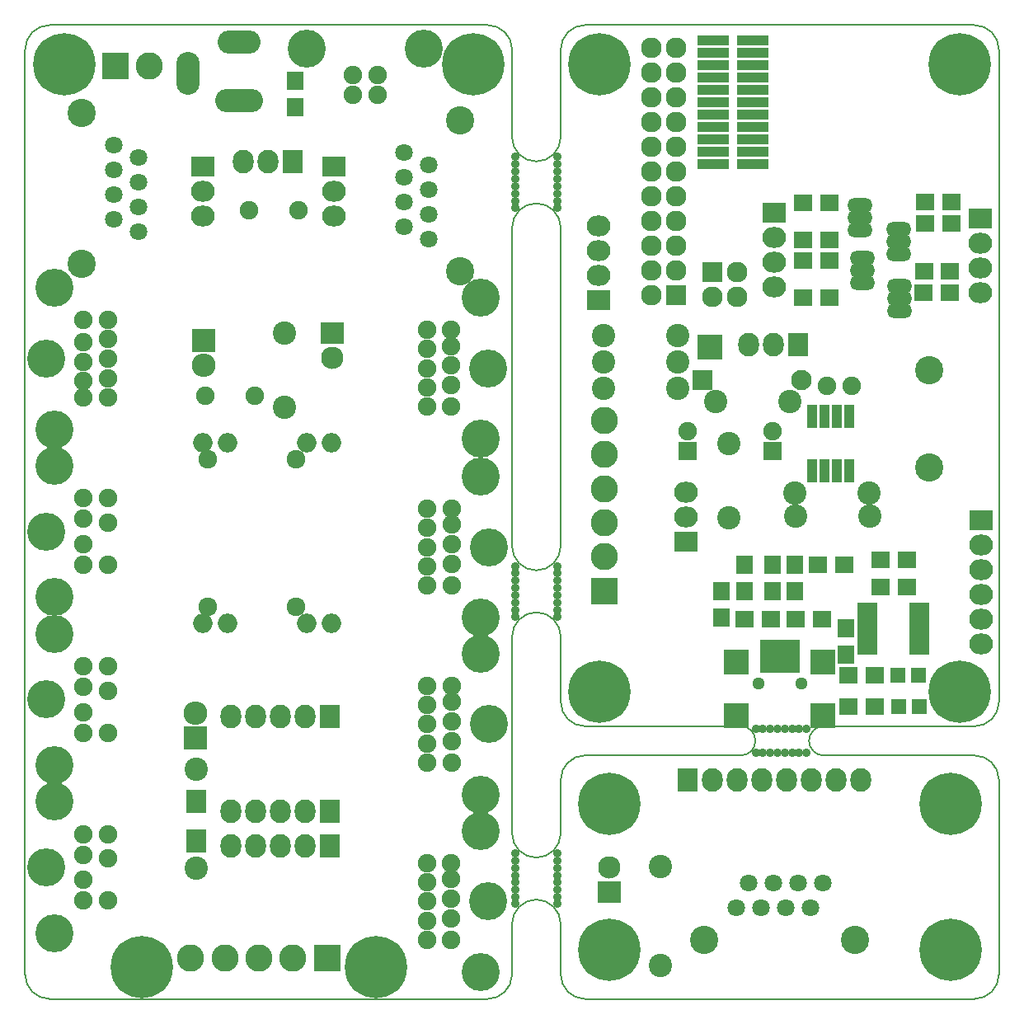
<source format=gts>
G04 #@! TF.FileFunction,Soldermask,Top*
%FSLAX46Y46*%
G04 Gerber Fmt 4.6, Leading zero omitted, Abs format (unit mm)*
G04 Created by KiCad (PCBNEW 4.0.7-e2-6376~58~ubuntu16.04.1) date Sun Nov 19 12:47:47 2017*
%MOMM*%
%LPD*%
G01*
G04 APERTURE LIST*
%ADD10C,0.100000*%
%ADD11C,0.150000*%
%ADD12R,2.127200X2.127200*%
%ADD13O,2.127200X2.127200*%
%ADD14C,6.400000*%
%ADD15C,1.900000*%
%ADD16C,3.900000*%
%ADD17C,1.800000*%
%ADD18C,2.900000*%
%ADD19R,2.432000X2.127200*%
%ADD20O,2.432000X2.127200*%
%ADD21R,2.127200X2.432000*%
%ADD22O,2.127200X2.432000*%
%ADD23C,2.800000*%
%ADD24R,2.800000X2.800000*%
%ADD25O,2.398980X4.400500*%
%ADD26O,4.400500X2.398980*%
%ADD27O,4.900880X2.398980*%
%ADD28R,1.700000X1.900000*%
%ADD29R,0.999440X2.398980*%
%ADD30C,1.901140*%
%ADD31R,3.190000X1.140000*%
%ADD32R,1.900000X1.900000*%
%ADD33C,2.099260*%
%ADD34R,2.099260X2.099260*%
%ADD35C,2.899360*%
%ADD36R,1.900000X1.700000*%
%ADD37R,1.598880X1.598880*%
%ADD38R,2.597100X2.597100*%
%ADD39R,0.897840X3.400000*%
%ADD40C,1.299160*%
%ADD41R,2.051000X0.806400*%
%ADD42R,2.432000X2.432000*%
%ADD43O,2.432000X2.432000*%
%ADD44R,2.100000X2.400000*%
%ADD45C,2.398980*%
%ADD46C,0.900000*%
%ADD47C,3.900120*%
%ADD48R,2.400000X2.300000*%
%ADD49C,2.300000*%
%ADD50O,2.600000X1.500000*%
%ADD51R,2.635200X2.635200*%
%ADD52O,2.000000X2.000000*%
%ADD53C,1.924000*%
G04 APERTURE END LIST*
D10*
D11*
X167000000Y-126500000D02*
X167000000Y-146500000D01*
X167000000Y-118500000D02*
X167000000Y-51500000D01*
X122000000Y-112500000D02*
X122000000Y-118500000D01*
X122000000Y-126500000D02*
X122000000Y-132000000D01*
X117000000Y-69800000D02*
X117000000Y-102500000D01*
X122000000Y-102500000D02*
X122000000Y-69800000D01*
X117000000Y-112500000D02*
X117000000Y-111800000D01*
X122000000Y-112500000D02*
X122000000Y-111800000D01*
X117000000Y-146500000D02*
X117000000Y-141300000D01*
X122000000Y-141300000D02*
X122000000Y-146500000D01*
X117000000Y-129500000D02*
X117000000Y-132000000D01*
X117000000Y-112500000D02*
X117000000Y-129500000D01*
X117000000Y-102500000D02*
G75*
G03X119500000Y-105000000I2500000J0D01*
G01*
X119500000Y-105000000D02*
G75*
G03X122000000Y-102500000I0J2500000D01*
G01*
X119500000Y-109300000D02*
G75*
G03X117000000Y-111800000I0J-2500000D01*
G01*
X122000000Y-111800000D02*
G75*
G03X119500000Y-109300000I-2500000J0D01*
G01*
X149000000Y-124000000D02*
X164500000Y-124000000D01*
X167000000Y-126500000D02*
G75*
G03X164500000Y-124000000I-2500000J0D01*
G01*
X149000000Y-121000000D02*
X164500000Y-121000000D01*
X124500000Y-124000000D02*
X140500000Y-124000000D01*
X124500000Y-121000000D02*
X140500000Y-121000000D01*
X164500000Y-121000000D02*
G75*
G03X167000000Y-118500000I0J2500000D01*
G01*
X147500000Y-122500000D02*
G75*
G03X149000000Y-124000000I1500000J0D01*
G01*
X149000000Y-121000000D02*
G75*
G03X147500000Y-122500000I0J-1500000D01*
G01*
X140500000Y-124000000D02*
G75*
G03X142000000Y-122500000I0J1500000D01*
G01*
X142000000Y-122500000D02*
G75*
G03X140500000Y-121000000I-1500000J0D01*
G01*
X122000000Y-118500000D02*
G75*
G03X124500000Y-121000000I2500000J0D01*
G01*
X124500000Y-124000000D02*
G75*
G03X122000000Y-126500000I0J-2500000D01*
G01*
X119500000Y-67300000D02*
G75*
G03X117000000Y-69800000I0J-2500000D01*
G01*
X122000000Y-69800000D02*
G75*
G03X119500000Y-67300000I-2500000J0D01*
G01*
X117000000Y-132000000D02*
G75*
G03X119500000Y-134500000I2500000J0D01*
G01*
X119500000Y-134500000D02*
G75*
G03X122000000Y-132000000I0J2500000D01*
G01*
X122000000Y-60500000D02*
X122000000Y-51500000D01*
X119500000Y-63000000D02*
G75*
G03X122000000Y-60500000I0J2500000D01*
G01*
X117000000Y-60500000D02*
G75*
G03X119500000Y-63000000I2500000J0D01*
G01*
X124500000Y-49000000D02*
G75*
G03X122000000Y-51500000I0J-2500000D01*
G01*
X119500000Y-138800000D02*
G75*
G03X117000000Y-141300000I0J-2500000D01*
G01*
X122000000Y-141300000D02*
G75*
G03X119500000Y-138800000I-2500000J0D01*
G01*
X117000000Y-51500000D02*
X117000000Y-60500000D01*
X124500000Y-49000000D02*
X164500000Y-49000000D01*
X124500000Y-149000000D02*
X164500000Y-149000000D01*
X122000000Y-146500000D02*
G75*
G03X124500000Y-149000000I2500000J0D01*
G01*
X117000000Y-51500000D02*
G75*
G03X114500000Y-49000000I-2500000J0D01*
G01*
X114500000Y-149000000D02*
G75*
G03X117000000Y-146500000I0J2500000D01*
G01*
X67000000Y-146500000D02*
G75*
G03X69500000Y-149000000I2500000J0D01*
G01*
X164500000Y-149000000D02*
G75*
G03X167000000Y-146500000I0J2500000D01*
G01*
X69500000Y-49000000D02*
G75*
G03X67000000Y-51500000I0J-2500000D01*
G01*
X167000000Y-51500000D02*
G75*
G03X164500000Y-49000000I-2500000J0D01*
G01*
X67000000Y-146500000D02*
X67000000Y-51500000D01*
X69500000Y-149000000D02*
X114500000Y-149000000D01*
X69500000Y-49000000D02*
X114500000Y-49000000D01*
D12*
X133858000Y-76733400D03*
D13*
X131318000Y-76733400D03*
X133858000Y-74193400D03*
X131318000Y-74193400D03*
X133858000Y-71653400D03*
X131318000Y-71653400D03*
X133858000Y-69113400D03*
X131318000Y-69113400D03*
X133858000Y-66573400D03*
X131318000Y-66573400D03*
X133858000Y-64033400D03*
X131318000Y-64033400D03*
X133858000Y-61493400D03*
X131318000Y-61493400D03*
X133858000Y-58953400D03*
X131318000Y-58953400D03*
X133858000Y-56413400D03*
X131318000Y-56413400D03*
X133858000Y-53873400D03*
X131318000Y-53873400D03*
X133858000Y-51333400D03*
X131318000Y-51333400D03*
D14*
X162000000Y-129000000D03*
X163000000Y-117500000D03*
X126000000Y-53000000D03*
X163000000Y-53000000D03*
X126000000Y-117500000D03*
X162000000Y-144000000D03*
X127000000Y-129000000D03*
X127000000Y-144000000D03*
X103000000Y-145750000D03*
X113000000Y-53000000D03*
X79000000Y-145750000D03*
D15*
X110750000Y-136700000D03*
X110750000Y-138700000D03*
X110750000Y-140700000D03*
X110750000Y-135050000D03*
X108250000Y-137000000D03*
X108250000Y-139000000D03*
X110750000Y-142950000D03*
X108250000Y-135050000D03*
X108250000Y-141000000D03*
X108250000Y-142950000D03*
D16*
X113750000Y-146250000D03*
X114550000Y-139000000D03*
X113750000Y-131750000D03*
D15*
X110800000Y-118500000D03*
X110800000Y-120500000D03*
X110800000Y-122500000D03*
X110800000Y-116850000D03*
X108300000Y-118800000D03*
X108300000Y-120800000D03*
X110800000Y-124750000D03*
X108300000Y-116850000D03*
X108300000Y-122800000D03*
X108300000Y-124750000D03*
D16*
X113800000Y-128050000D03*
X114600000Y-120800000D03*
X113800000Y-113550000D03*
D15*
X110800000Y-100300000D03*
X110800000Y-102300000D03*
X110800000Y-104300000D03*
X110800000Y-98650000D03*
X108300000Y-100600000D03*
X108300000Y-102600000D03*
X110800000Y-106550000D03*
X108300000Y-98650000D03*
X108300000Y-104600000D03*
X108300000Y-106550000D03*
D16*
X113800000Y-109850000D03*
X114600000Y-102600000D03*
X113800000Y-95350000D03*
D15*
X110750000Y-81950000D03*
X110750000Y-83950000D03*
X110750000Y-85950000D03*
X110750000Y-80300000D03*
X108250000Y-82250000D03*
X108250000Y-84250000D03*
X110750000Y-88200000D03*
X108250000Y-80300000D03*
X108250000Y-86250000D03*
X108250000Y-88200000D03*
D16*
X113750000Y-91500000D03*
X114550000Y-84250000D03*
X113750000Y-77000000D03*
D15*
X73000000Y-85550000D03*
X73000000Y-83550000D03*
X73000000Y-81550000D03*
X73000000Y-87200000D03*
X75500000Y-85250000D03*
X75500000Y-83250000D03*
X73000000Y-79300000D03*
X75500000Y-87200000D03*
X75500000Y-81250000D03*
X75500000Y-79300000D03*
D16*
X70000000Y-76000000D03*
X69200000Y-83250000D03*
X70000000Y-90500000D03*
D15*
X73000000Y-119550000D03*
X73000000Y-116950000D03*
X73000000Y-121650000D03*
X73000000Y-114850000D03*
X75500000Y-121650000D03*
X75500000Y-117350000D03*
X75500000Y-114850000D03*
D16*
X70000000Y-111500000D03*
X69200000Y-118250000D03*
X70000000Y-125000000D03*
D15*
X73000000Y-136800000D03*
X73000000Y-134200000D03*
X73000000Y-138900000D03*
X73000000Y-132100000D03*
X75500000Y-138900000D03*
X75500000Y-134600000D03*
X75500000Y-132100000D03*
D16*
X70000000Y-128750000D03*
X69200000Y-135500000D03*
X70000000Y-142250000D03*
D17*
X76090000Y-63845000D03*
X76090000Y-61305000D03*
X78630000Y-62575000D03*
X78630000Y-65115000D03*
X76090000Y-66385000D03*
X78630000Y-67655000D03*
X76090000Y-68925000D03*
X78630000Y-70195000D03*
D18*
X72800000Y-58000000D03*
X72800000Y-73500000D03*
D17*
X108410000Y-68405000D03*
X108410000Y-70945000D03*
X105870000Y-69675000D03*
X105870000Y-67135000D03*
X108410000Y-65865000D03*
X105870000Y-64595000D03*
X108410000Y-63325000D03*
X105870000Y-62055000D03*
D18*
X111700000Y-74250000D03*
X111700000Y-58750000D03*
D19*
X85250000Y-63500000D03*
D20*
X85250000Y-66040000D03*
X85250000Y-68580000D03*
D19*
X98750000Y-63500000D03*
D20*
X98750000Y-66040000D03*
X98750000Y-68580000D03*
D14*
X71000000Y-53000000D03*
D21*
X98250000Y-133250000D03*
D22*
X95710000Y-133250000D03*
X93170000Y-133250000D03*
X90630000Y-133250000D03*
X88090000Y-133250000D03*
D23*
X94500000Y-144800000D03*
D24*
X98000000Y-144800000D03*
D23*
X91000000Y-144800000D03*
X87500000Y-144800000D03*
X84000000Y-144800000D03*
D25*
X83699020Y-54000120D03*
D26*
X89000000Y-50748920D03*
D27*
X89000000Y-56750940D03*
D17*
X142595000Y-139660000D03*
X140055000Y-139660000D03*
X141325000Y-137120000D03*
X143865000Y-137120000D03*
X145135000Y-139660000D03*
X146405000Y-137120000D03*
X147675000Y-139660000D03*
X148945000Y-137120000D03*
D18*
X136750000Y-142950000D03*
X152250000Y-142950000D03*
D21*
X135000000Y-126500000D03*
D22*
X137540000Y-126500000D03*
X140080000Y-126500000D03*
X142620000Y-126500000D03*
X145160000Y-126500000D03*
X147700000Y-126500000D03*
X150240000Y-126500000D03*
X152780000Y-126500000D03*
D21*
X98250000Y-129750000D03*
D22*
X95710000Y-129750000D03*
X93170000Y-129750000D03*
X90630000Y-129750000D03*
X88090000Y-129750000D03*
D21*
X98250000Y-120000000D03*
D22*
X95710000Y-120000000D03*
X93170000Y-120000000D03*
X90630000Y-120000000D03*
X88090000Y-120000000D03*
D23*
X79750000Y-53200000D03*
D24*
X76250000Y-53200000D03*
D28*
X94742000Y-54720500D03*
X94742000Y-57420500D03*
D29*
X151663400Y-89204800D03*
X150393400Y-89204800D03*
X149123400Y-89204800D03*
X147853400Y-89204800D03*
X147853400Y-94792800D03*
X149123400Y-94792800D03*
X150393400Y-94792800D03*
X151663400Y-94792800D03*
D21*
X94500000Y-63000000D03*
D22*
X91960000Y-63000000D03*
X89420000Y-63000000D03*
D30*
X149352000Y-86042500D03*
X151892000Y-86042500D03*
D31*
X141757400Y-63246000D03*
X137693400Y-63246000D03*
X141757400Y-61976000D03*
X137693400Y-61976000D03*
X141757400Y-60706000D03*
X137693400Y-60706000D03*
X141757400Y-59436000D03*
X137693400Y-59436000D03*
X141757400Y-58166000D03*
X137693400Y-58166000D03*
X141757400Y-56896000D03*
X137693400Y-56896000D03*
X141757400Y-55626000D03*
X137693400Y-55626000D03*
X141757400Y-54356000D03*
X137693400Y-54356000D03*
X141757400Y-53086000D03*
X137693400Y-53086000D03*
X141757400Y-51816000D03*
X137693400Y-51816000D03*
X141757400Y-50546000D03*
X137693400Y-50546000D03*
D32*
X143764000Y-92694000D03*
D15*
X143764000Y-90694000D03*
D32*
X135001000Y-92694000D03*
D15*
X135001000Y-90694000D03*
D33*
X146749020Y-85468460D03*
D34*
X136589020Y-85468460D03*
D15*
X73000000Y-102300000D03*
X73000000Y-99700000D03*
X73000000Y-104400000D03*
X73000000Y-97600000D03*
X75500000Y-104400000D03*
X75500000Y-100100000D03*
X75500000Y-97600000D03*
D16*
X70000000Y-94250000D03*
X69200000Y-101000000D03*
X70000000Y-107750000D03*
D35*
X159829500Y-84406740D03*
X159829500Y-94409260D03*
D28*
X138480800Y-107158800D03*
X138480800Y-109858800D03*
D36*
X151083000Y-104457500D03*
X148383000Y-104457500D03*
X143600000Y-110000000D03*
X140900000Y-110000000D03*
X146150000Y-110000000D03*
X148850000Y-110000000D03*
X154860000Y-103949500D03*
X157560000Y-103949500D03*
X154860000Y-106680000D03*
X157560000Y-106680000D03*
D37*
X158783020Y-118999000D03*
X156684980Y-118999000D03*
X158719520Y-115760500D03*
X156621480Y-115760500D03*
D38*
X148929760Y-114380500D03*
D39*
X142902340Y-113800000D03*
X143702440Y-113800000D03*
X144500000Y-113800000D03*
X145297560Y-113800000D03*
X146097660Y-113800000D03*
D40*
X142302900Y-116628400D03*
X146699640Y-116628400D03*
D38*
X140070240Y-114380500D03*
X140070240Y-119879600D03*
X148929760Y-119879600D03*
D19*
X165201600Y-99822000D03*
D20*
X165201600Y-102362000D03*
X165201600Y-104902000D03*
X165201600Y-107442000D03*
X165201600Y-109982000D03*
X165201600Y-112522000D03*
D28*
X146000000Y-104400000D03*
X146000000Y-107100000D03*
D41*
X158813500Y-111315500D03*
X158813500Y-110680500D03*
X158813500Y-110045500D03*
X158813500Y-109410500D03*
X153479500Y-113220500D03*
X158813500Y-113220500D03*
X158813500Y-112585500D03*
X158813500Y-111950500D03*
X153479500Y-108775500D03*
X153479500Y-109410500D03*
X153479500Y-110045500D03*
X153479500Y-110680500D03*
X153479500Y-111315500D03*
X153479500Y-111950500D03*
X158813500Y-108775500D03*
X153479500Y-112585500D03*
D23*
X126480800Y-103598800D03*
D24*
X126480800Y-107098800D03*
D23*
X126480800Y-100098800D03*
X126480800Y-96598800D03*
X126480800Y-93098800D03*
X126480800Y-89598800D03*
D42*
X84518500Y-122237500D03*
D43*
X84518500Y-119697500D03*
D44*
X84582000Y-132746500D03*
X84582000Y-128746500D03*
D45*
X153733500Y-99441000D03*
X146113500Y-99441000D03*
X137922000Y-87693500D03*
X145542000Y-87693500D03*
X139255500Y-99631500D03*
X139255500Y-92011500D03*
D28*
X143750000Y-107100000D03*
X143750000Y-104400000D03*
D36*
X154258000Y-118999000D03*
X151558000Y-118999000D03*
X154258000Y-115760500D03*
X151558000Y-115760500D03*
D28*
X151257000Y-113618000D03*
X151257000Y-110918000D03*
D45*
X146050000Y-97028000D03*
X153670000Y-97028000D03*
X93599000Y-80645000D03*
X93599000Y-88265000D03*
D30*
X90017600Y-68046600D03*
X95097600Y-68046600D03*
X90551000Y-87058500D03*
X85471000Y-87058500D03*
D46*
X142050000Y-123750000D03*
X142750000Y-123750000D03*
X147250000Y-123750000D03*
X146500000Y-123750000D03*
X145750000Y-123750000D03*
X145000000Y-123750000D03*
X144250000Y-123750000D03*
X143500000Y-123750000D03*
X142050000Y-121250000D03*
X142750000Y-121250000D03*
X147250000Y-121250000D03*
X146500000Y-121250000D03*
X145750000Y-121250000D03*
X145000000Y-121250000D03*
X144250000Y-121250000D03*
X143500000Y-121250000D03*
X121650000Y-139250000D03*
X121650000Y-138550000D03*
X121650000Y-134050000D03*
X121650000Y-134800000D03*
X121650000Y-135550000D03*
X121650000Y-136300000D03*
X121650000Y-137050000D03*
X121650000Y-137800000D03*
X117350000Y-139250000D03*
X117350000Y-138550000D03*
X117350000Y-134050000D03*
X117350000Y-134800000D03*
X117350000Y-135550000D03*
X117350000Y-136300000D03*
X117350000Y-137050000D03*
X117350000Y-137800000D03*
X121650000Y-109750000D03*
X121650000Y-109050000D03*
X121650000Y-104550000D03*
X121650000Y-105300000D03*
X121650000Y-106050000D03*
X121650000Y-106800000D03*
X121650000Y-107550000D03*
X121650000Y-108300000D03*
X117350000Y-109750000D03*
X117350000Y-109050000D03*
X117350000Y-104550000D03*
X117350000Y-105300000D03*
X117350000Y-106050000D03*
X117350000Y-106800000D03*
X117350000Y-107550000D03*
X117350000Y-108300000D03*
X121650000Y-67750000D03*
X121650000Y-67050000D03*
X121650000Y-62550000D03*
X121650000Y-63300000D03*
X121650000Y-64050000D03*
X121650000Y-64800000D03*
X121650000Y-65550000D03*
X121650000Y-66300000D03*
X117350000Y-67750000D03*
X117350000Y-67050000D03*
X117350000Y-62550000D03*
X117350000Y-63300000D03*
X117350000Y-64050000D03*
X117350000Y-64800000D03*
X117350000Y-65550000D03*
X117350000Y-66300000D03*
D45*
X84582000Y-135572500D03*
X84582000Y-125412500D03*
D28*
X140843000Y-104441000D03*
X140843000Y-107141000D03*
D30*
X103162100Y-54152800D03*
X100672900Y-54152800D03*
X100672900Y-56159400D03*
X103162100Y-56159400D03*
D47*
X107937300Y-51435000D03*
X95897700Y-51435000D03*
D48*
X127000000Y-138000000D03*
D49*
X127000000Y-135460000D03*
D45*
X132270500Y-135445500D03*
X132270500Y-145605500D03*
D21*
X146367500Y-81788000D03*
D22*
X143827500Y-81788000D03*
X141287500Y-81788000D03*
D19*
X125882400Y-77241400D03*
D20*
X125882400Y-74701400D03*
X125882400Y-72161400D03*
X125882400Y-69621400D03*
D19*
X134874000Y-102044500D03*
D20*
X134874000Y-99504500D03*
X134874000Y-96964500D03*
D50*
X152717500Y-67500500D03*
X152717500Y-68770500D03*
X152717500Y-70040500D03*
X156718000Y-69977000D03*
X156718000Y-71247000D03*
X156718000Y-72517000D03*
X152971500Y-72961500D03*
X152971500Y-74231500D03*
X152971500Y-75501500D03*
X156781500Y-75819000D03*
X156781500Y-77089000D03*
X156781500Y-78359000D03*
D12*
X137604500Y-74358500D03*
D13*
X140144500Y-74358500D03*
X137604500Y-76898500D03*
X140144500Y-76898500D03*
D51*
X137287000Y-82042000D03*
D36*
X149559000Y-67246500D03*
X146859000Y-67246500D03*
X149559000Y-71056500D03*
X146859000Y-71056500D03*
X159432000Y-67183000D03*
X162132000Y-67183000D03*
X159432000Y-69342000D03*
X162132000Y-69342000D03*
X149559000Y-73152000D03*
X146859000Y-73152000D03*
X159292300Y-74307700D03*
X161992300Y-74307700D03*
X159266900Y-76466700D03*
X161966900Y-76466700D03*
D45*
X133985000Y-80899000D03*
X126365000Y-80899000D03*
X133985000Y-83629500D03*
X126365000Y-83629500D03*
X126365000Y-86296500D03*
X133985000Y-86296500D03*
D36*
X149622500Y-77025500D03*
X146922500Y-77025500D03*
D19*
X143954500Y-68262500D03*
D20*
X143954500Y-70802500D03*
X143954500Y-73342500D03*
X143954500Y-75882500D03*
D19*
X165100000Y-68834000D03*
D20*
X165100000Y-71374000D03*
X165100000Y-73914000D03*
X165100000Y-76454000D03*
D52*
X85217000Y-91884500D03*
X87757000Y-91884500D03*
X95885000Y-91884500D03*
X98425000Y-91884500D03*
X85217000Y-110426500D03*
X87757000Y-110426500D03*
X95885000Y-110426500D03*
X98425000Y-110426500D03*
D53*
X94821000Y-93555500D03*
X94821000Y-108755500D03*
X85721000Y-93555500D03*
X85721000Y-108755500D03*
D48*
X98552000Y-80645000D03*
D49*
X98552000Y-83185000D03*
D42*
X85344000Y-81407000D03*
D43*
X85344000Y-83947000D03*
M02*

</source>
